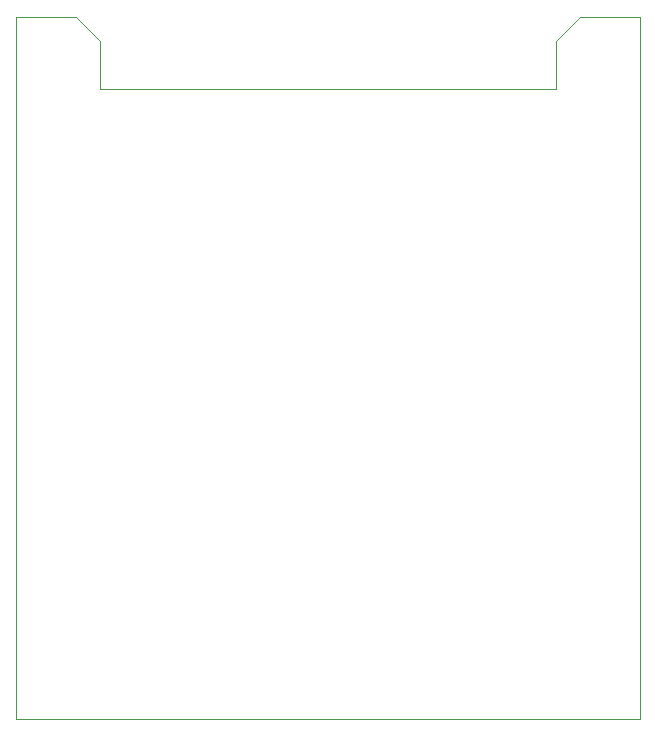
<source format=gbr>
G04 Layer_Color=0*
%FSLAX26Y26*%
%MOIN*%
%TF.FileFunction,Profile,NP*%
%TF.Part,Single*%
G01*
G75*
%TA.AperFunction,Profile*%
%ADD51C,0.001000*%
D51*
X960000Y1000000D02*
X3040000D01*
Y3100000D01*
X3040000Y3339999D01*
X2840000Y3340000D01*
X2760000Y3260000D01*
Y3100000D01*
X1240000Y3100000D01*
Y3260000D01*
X1160000Y3340000D01*
X960000D01*
X960000Y3100000D01*
Y1000000D01*
%TF.MD5,a7970634c364fc85ecfabf231756e971*%
M02*

</source>
